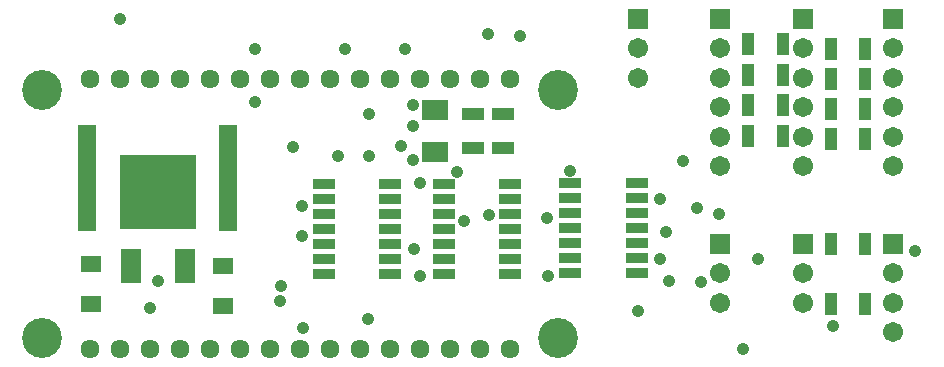
<source format=gbr>
G04 EAGLE Gerber RS-274X export*
G75*
%MOMM*%
%FSLAX34Y34*%
%LPD*%
%INSoldermask Bottom*%
%IPPOS*%
%AMOC8*
5,1,8,0,0,1.08239X$1,22.5*%
G01*
%ADD10C,1.611200*%
%ADD11C,3.378200*%
%ADD12R,1.903200X1.103200*%
%ADD13R,1.103200X1.903200*%
%ADD14R,1.953200X0.853200*%
%ADD15R,6.503200X6.303200*%
%ADD16R,1.703200X3.003200*%
%ADD17R,1.524000X9.017000*%
%ADD18R,1.803200X1.403200*%
%ADD19C,1.711200*%
%ADD20R,1.711200X1.711200*%
%ADD21R,2.303200X1.703200*%
%ADD22C,1.059600*%


D10*
X69850Y25400D03*
X95250Y25400D03*
X120650Y25400D03*
X146050Y25400D03*
X171450Y25400D03*
X196850Y25400D03*
X222250Y25400D03*
X247650Y25400D03*
X273050Y25400D03*
X298450Y25400D03*
X323850Y25400D03*
X349250Y25400D03*
X374650Y25400D03*
X400050Y25400D03*
X425450Y25400D03*
X425450Y254000D03*
X400050Y254000D03*
X374650Y254000D03*
X349250Y254000D03*
X323850Y254000D03*
X298450Y254000D03*
X273050Y254000D03*
X247650Y254000D03*
X222250Y254000D03*
X196850Y254000D03*
X171450Y254000D03*
X146050Y254000D03*
X120650Y254000D03*
X95250Y254000D03*
X69850Y254000D03*
D11*
X29210Y244856D03*
X29210Y34290D03*
X466090Y244856D03*
X466090Y34544D03*
D12*
X393700Y224050D03*
X393700Y195050D03*
X419100Y195050D03*
X419100Y224050D03*
D13*
X725700Y203200D03*
X696700Y203200D03*
X725700Y228600D03*
X696700Y228600D03*
X725700Y254000D03*
X696700Y254000D03*
X725700Y279400D03*
X696700Y279400D03*
D14*
X323850Y165100D03*
X323850Y152400D03*
X323850Y139700D03*
X323850Y127000D03*
X323850Y114300D03*
X323850Y101600D03*
X323850Y88900D03*
X267850Y88900D03*
X267850Y101600D03*
X267850Y114300D03*
X267850Y127000D03*
X267850Y139700D03*
X267850Y152400D03*
X267850Y165100D03*
D15*
X127000Y158350D03*
D16*
X149800Y95350D03*
X104200Y95350D03*
D17*
X186690Y169545D03*
X67310Y169545D03*
D18*
X181864Y61232D03*
X181864Y95232D03*
X70612Y63264D03*
X70612Y97264D03*
D19*
X749300Y179800D03*
X749300Y204800D03*
X749300Y229800D03*
X749300Y254800D03*
X749300Y279800D03*
D20*
X749300Y304800D03*
D19*
X673100Y179800D03*
X673100Y204800D03*
X673100Y229800D03*
X673100Y254800D03*
X673100Y279800D03*
D20*
X673100Y304800D03*
D19*
X603250Y64300D03*
X603250Y89300D03*
D20*
X603250Y114300D03*
D19*
X673100Y64300D03*
X673100Y89300D03*
D20*
X673100Y114300D03*
D19*
X749300Y39300D03*
X749300Y64300D03*
X749300Y89300D03*
D20*
X749300Y114300D03*
D19*
X533400Y254800D03*
X533400Y279800D03*
D20*
X533400Y304800D03*
D19*
X603250Y179800D03*
X603250Y204800D03*
X603250Y229800D03*
X603250Y254800D03*
X603250Y279800D03*
D20*
X603250Y304800D03*
D14*
X532250Y165600D03*
X532250Y152900D03*
X532250Y140200D03*
X532250Y127500D03*
X532250Y114800D03*
X532250Y102100D03*
X532250Y89400D03*
X476250Y89400D03*
X476250Y102100D03*
X476250Y114800D03*
X476250Y127500D03*
X476250Y140200D03*
X476250Y152900D03*
X476250Y165600D03*
D13*
X626850Y205232D03*
X655850Y205232D03*
X626850Y232156D03*
X655850Y232156D03*
X626850Y257048D03*
X655850Y257048D03*
X626850Y283464D03*
X655850Y283464D03*
D14*
X425450Y165100D03*
X425450Y152400D03*
X425450Y139700D03*
X425450Y127000D03*
X425450Y114300D03*
X425450Y101600D03*
X425450Y88900D03*
X369450Y88900D03*
X369450Y101600D03*
X369450Y114300D03*
X369450Y127000D03*
X369450Y139700D03*
X369450Y152400D03*
X369450Y165100D03*
D21*
X361950Y227550D03*
X361950Y191550D03*
D13*
X725700Y114300D03*
X696700Y114300D03*
X725700Y63500D03*
X696700Y63500D03*
D22*
X230632Y66040D03*
X586740Y82042D03*
X602234Y139700D03*
X552450Y152400D03*
X230886Y78232D03*
X560070Y83058D03*
X457200Y86954D03*
X349250Y86954D03*
X456352Y136081D03*
X386420Y133350D03*
X306070Y224282D03*
X120650Y60198D03*
X304800Y50800D03*
X209550Y279400D03*
X285750Y279400D03*
X241046Y196342D03*
X332486Y196850D03*
X336550Y279400D03*
X127000Y82550D03*
X476250Y175768D03*
X379984Y175260D03*
X95250Y304800D03*
X622300Y25400D03*
X533400Y57150D03*
X249682Y43276D03*
X343408Y109728D03*
X248580Y146050D03*
X248580Y120650D03*
X348742Y165354D03*
X208788Y233934D03*
X342900Y231902D03*
X768350Y107950D03*
X406400Y292100D03*
X433324Y290068D03*
X552450Y101600D03*
X635000Y101600D03*
X305816Y188722D03*
X279486Y188722D03*
X556768Y124460D03*
X571500Y184150D03*
X342900Y185080D03*
X407330Y138770D03*
X583184Y144612D03*
X342646Y214122D03*
X698500Y44450D03*
M02*

</source>
